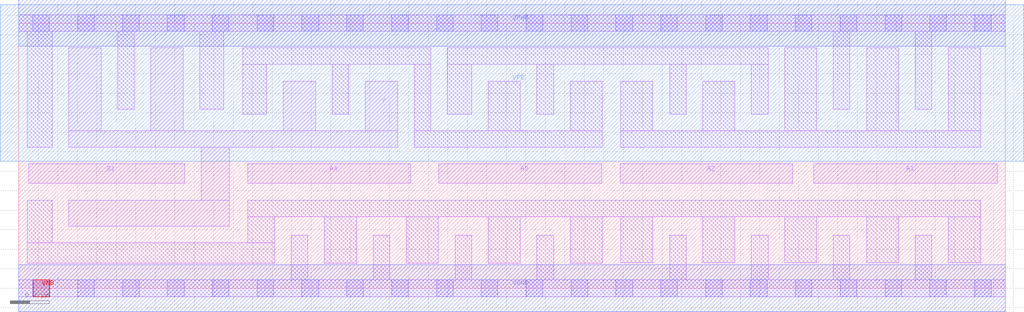
<source format=lef>
# Copyright 2020 The SkyWater PDK Authors
#
# Licensed under the Apache License, Version 2.0 (the "License");
# you may not use this file except in compliance with the License.
# You may obtain a copy of the License at
#
#     https://www.apache.org/licenses/LICENSE-2.0
#
# Unless required by applicable law or agreed to in writing, software
# distributed under the License is distributed on an "AS IS" BASIS,
# WITHOUT WARRANTIES OR CONDITIONS OF ANY KIND, either express or implied.
# See the License for the specific language governing permissions and
# limitations under the License.
#
# SPDX-License-Identifier: Apache-2.0

VERSION 5.7 ;
  NOWIREEXTENSIONATPIN ON ;
  DIVIDERCHAR "/" ;
  BUSBITCHARS "[]" ;
MACRO sky130_fd_sc_hd__o41ai_4
  CLASS CORE ;
  FOREIGN sky130_fd_sc_hd__o41ai_4 ;
  ORIGIN  0.000000  0.000000 ;
  SIZE  10.12000 BY  2.720000 ;
  SYMMETRY X Y R90 ;
  SITE unithd ;
  PIN A1
    ANTENNAGATEAREA  0.990000 ;
    DIRECTION INPUT ;
    USE SIGNAL ;
    PORT
      LAYER li1 ;
        RECT 8.155000 1.075000 10.035000 1.275000 ;
    END
  END A1
  PIN A2
    ANTENNAGATEAREA  0.990000 ;
    DIRECTION INPUT ;
    USE SIGNAL ;
    PORT
      LAYER li1 ;
        RECT 6.170000 1.075000 7.940000 1.275000 ;
    END
  END A2
  PIN A3
    ANTENNAGATEAREA  0.990000 ;
    DIRECTION INPUT ;
    USE SIGNAL ;
    PORT
      LAYER li1 ;
        RECT 4.310000 1.075000 5.980000 1.275000 ;
    END
  END A3
  PIN A4
    ANTENNAGATEAREA  0.990000 ;
    DIRECTION INPUT ;
    USE SIGNAL ;
    PORT
      LAYER li1 ;
        RECT 2.350000 1.075000 4.020000 1.275000 ;
    END
  END A4
  PIN B1
    ANTENNAGATEAREA  0.990000 ;
    DIRECTION INPUT ;
    USE SIGNAL ;
    PORT
      LAYER li1 ;
        RECT 0.105000 1.075000 1.700000 1.275000 ;
    END
  END B1
  PIN VNB
    PORT
      LAYER pwell ;
        RECT 0.150000 -0.085000 0.320000 0.085000 ;
    END
  END VNB
  PIN VPB
    PORT
      LAYER nwell ;
        RECT -0.190000 1.305000 10.310000 2.910000 ;
    END
  END VPB
  PIN Y
    ANTENNADIFFAREA  1.431000 ;
    DIRECTION OUTPUT ;
    USE SIGNAL ;
    PORT
      LAYER li1 ;
        RECT 0.515000 0.635000 2.160000 0.905000 ;
        RECT 0.515000 1.445000 3.885000 1.615000 ;
        RECT 0.515000 1.615000 0.845000 2.465000 ;
        RECT 1.355000 1.615000 1.685000 2.465000 ;
        RECT 1.870000 0.905000 2.160000 1.445000 ;
        RECT 2.715000 1.615000 3.045000 2.125000 ;
        RECT 3.555000 1.615000 3.885000 2.125000 ;
    END
  END Y
  PIN VGND
    DIRECTION INOUT ;
    SHAPE ABUTMENT ;
    USE GROUND ;
    PORT
      LAYER met1 ;
        RECT 0.000000 -0.240000 10.120000 0.240000 ;
    END
  END VGND
  PIN VPWR
    DIRECTION INOUT ;
    SHAPE ABUTMENT ;
    USE POWER ;
    PORT
      LAYER met1 ;
        RECT 0.000000 2.480000 10.120000 2.960000 ;
    END
  END VPWR
  OBS
    LAYER li1 ;
      RECT 0.000000 -0.085000 10.120000 0.085000 ;
      RECT 0.000000  2.635000 10.120000 2.805000 ;
      RECT 0.085000  0.255000  2.625000 0.465000 ;
      RECT 0.085000  0.465000  0.345000 0.905000 ;
      RECT 0.085000  1.445000  0.345000 2.635000 ;
      RECT 1.015000  1.835000  1.185000 2.635000 ;
      RECT 1.855000  1.835000  2.105000 2.635000 ;
      RECT 2.295000  1.785000  2.545000 2.295000 ;
      RECT 2.295000  2.295000  4.225000 2.465000 ;
      RECT 2.350000  0.465000  2.625000 0.735000 ;
      RECT 2.350000  0.735000  9.865000 0.905000 ;
      RECT 2.795000  0.085000  2.965000 0.545000 ;
      RECT 3.135000  0.255000  3.465000 0.735000 ;
      RECT 3.215000  1.785000  3.385000 2.295000 ;
      RECT 3.635000  0.085000  3.805000 0.545000 ;
      RECT 3.975000  0.255000  4.305000 0.735000 ;
      RECT 4.055000  1.445000  5.985000 1.615000 ;
      RECT 4.055000  1.615000  4.225000 2.295000 ;
      RECT 4.395000  1.785000  4.645000 2.295000 ;
      RECT 4.395000  2.295000  7.685000 2.465000 ;
      RECT 4.475000  0.085000  4.645000 0.545000 ;
      RECT 4.815000  0.255000  5.145000 0.735000 ;
      RECT 4.815000  1.615000  5.145000 2.125000 ;
      RECT 5.315000  0.085000  5.485000 0.545000 ;
      RECT 5.315000  1.785000  5.485000 2.295000 ;
      RECT 5.655000  0.255000  5.985000 0.735000 ;
      RECT 5.655000  1.615000  5.985000 2.125000 ;
      RECT 6.175000  0.260000  6.505000 0.735000 ;
      RECT 6.175000  1.445000  9.865000 1.615000 ;
      RECT 6.175000  1.615000  6.505000 2.125000 ;
      RECT 6.675000  0.085000  6.845000 0.545000 ;
      RECT 6.675000  1.785000  6.845000 2.295000 ;
      RECT 7.015000  0.260000  7.345000 0.735000 ;
      RECT 7.015000  1.615000  7.345000 2.125000 ;
      RECT 7.515000  0.085000  7.685000 0.545000 ;
      RECT 7.515000  1.785000  7.685000 2.295000 ;
      RECT 7.855000  0.260000  8.185000 0.735000 ;
      RECT 7.855000  1.615000  8.185000 2.465000 ;
      RECT 8.355000  0.085000  8.525000 0.545000 ;
      RECT 8.355000  1.835000  8.525000 2.635000 ;
      RECT 8.695000  0.260000  9.025000 0.735000 ;
      RECT 8.695000  1.615000  9.025000 2.465000 ;
      RECT 9.195000  0.085000  9.365000 0.545000 ;
      RECT 9.195000  1.835000  9.365000 2.635000 ;
      RECT 9.535000  0.260000  9.865000 0.735000 ;
      RECT 9.535000  1.615000  9.865000 2.465000 ;
    LAYER mcon ;
      RECT 0.145000 -0.085000 0.315000 0.085000 ;
      RECT 0.145000  2.635000 0.315000 2.805000 ;
      RECT 0.605000 -0.085000 0.775000 0.085000 ;
      RECT 0.605000  2.635000 0.775000 2.805000 ;
      RECT 1.065000 -0.085000 1.235000 0.085000 ;
      RECT 1.065000  2.635000 1.235000 2.805000 ;
      RECT 1.525000 -0.085000 1.695000 0.085000 ;
      RECT 1.525000  2.635000 1.695000 2.805000 ;
      RECT 1.985000 -0.085000 2.155000 0.085000 ;
      RECT 1.985000  2.635000 2.155000 2.805000 ;
      RECT 2.445000 -0.085000 2.615000 0.085000 ;
      RECT 2.445000  2.635000 2.615000 2.805000 ;
      RECT 2.905000 -0.085000 3.075000 0.085000 ;
      RECT 2.905000  2.635000 3.075000 2.805000 ;
      RECT 3.365000 -0.085000 3.535000 0.085000 ;
      RECT 3.365000  2.635000 3.535000 2.805000 ;
      RECT 3.825000 -0.085000 3.995000 0.085000 ;
      RECT 3.825000  2.635000 3.995000 2.805000 ;
      RECT 4.285000 -0.085000 4.455000 0.085000 ;
      RECT 4.285000  2.635000 4.455000 2.805000 ;
      RECT 4.745000 -0.085000 4.915000 0.085000 ;
      RECT 4.745000  2.635000 4.915000 2.805000 ;
      RECT 5.205000 -0.085000 5.375000 0.085000 ;
      RECT 5.205000  2.635000 5.375000 2.805000 ;
      RECT 5.665000 -0.085000 5.835000 0.085000 ;
      RECT 5.665000  2.635000 5.835000 2.805000 ;
      RECT 6.125000 -0.085000 6.295000 0.085000 ;
      RECT 6.125000  2.635000 6.295000 2.805000 ;
      RECT 6.585000 -0.085000 6.755000 0.085000 ;
      RECT 6.585000  2.635000 6.755000 2.805000 ;
      RECT 7.045000 -0.085000 7.215000 0.085000 ;
      RECT 7.045000  2.635000 7.215000 2.805000 ;
      RECT 7.505000 -0.085000 7.675000 0.085000 ;
      RECT 7.505000  2.635000 7.675000 2.805000 ;
      RECT 7.965000 -0.085000 8.135000 0.085000 ;
      RECT 7.965000  2.635000 8.135000 2.805000 ;
      RECT 8.425000 -0.085000 8.595000 0.085000 ;
      RECT 8.425000  2.635000 8.595000 2.805000 ;
      RECT 8.885000 -0.085000 9.055000 0.085000 ;
      RECT 8.885000  2.635000 9.055000 2.805000 ;
      RECT 9.345000 -0.085000 9.515000 0.085000 ;
      RECT 9.345000  2.635000 9.515000 2.805000 ;
      RECT 9.805000 -0.085000 9.975000 0.085000 ;
      RECT 9.805000  2.635000 9.975000 2.805000 ;
  END
END sky130_fd_sc_hd__o41ai_4
END LIBRARY

</source>
